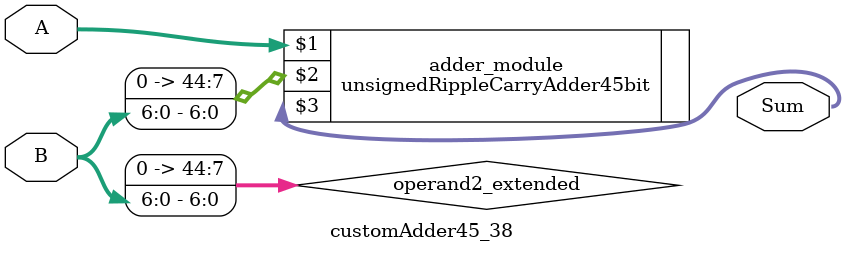
<source format=v>
module customAdder45_38(
                        input [44 : 0] A,
                        input [6 : 0] B,
                        
                        output [45 : 0] Sum
                );

        wire [44 : 0] operand2_extended;
        
        assign operand2_extended =  {38'b0, B};
        
        unsignedRippleCarryAdder45bit adder_module(
            A,
            operand2_extended,
            Sum
        );
        
        endmodule
        
</source>
